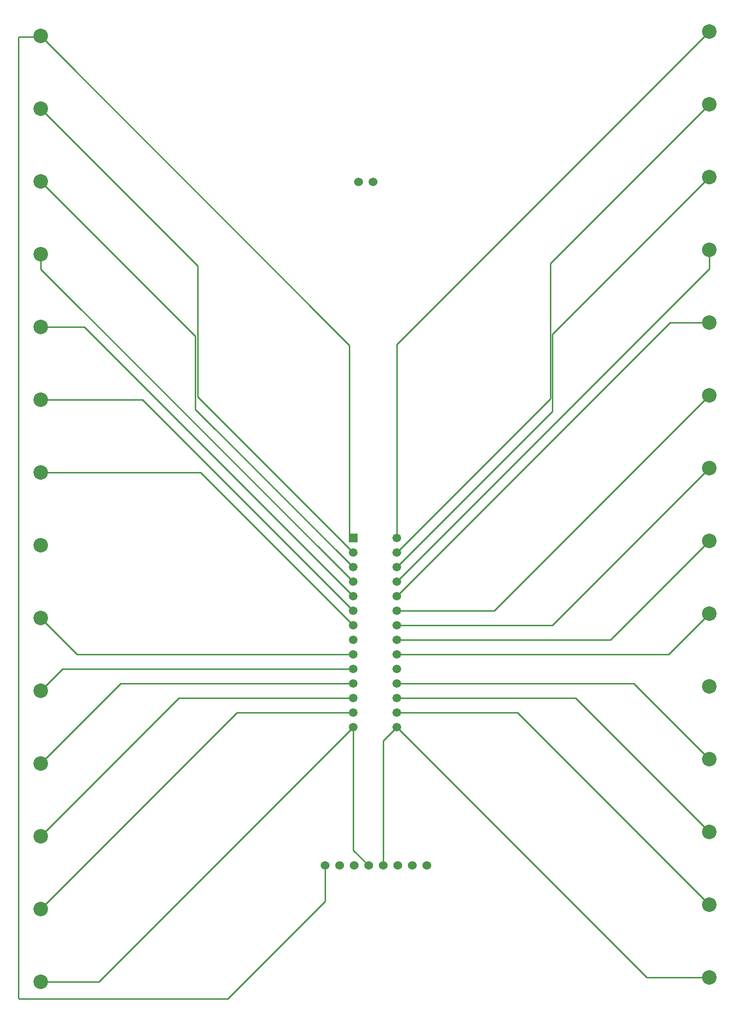
<source format=gbl>
G04*
G04 #@! TF.GenerationSoftware,Altium Limited,Altium Designer,25.0.2 (28)*
G04*
G04 Layer_Physical_Order=2*
G04 Layer_Color=16711680*
%FSLAX44Y44*%
%MOMM*%
G71*
G04*
G04 #@! TF.SameCoordinates,EC309722-8CFF-44E8-99F7-827B0D8F2BFB*
G04*
G04*
G04 #@! TF.FilePolarity,Positive*
G04*
G01*
G75*
%ADD12C,0.2540*%
%ADD20C,1.4986*%
%ADD21R,1.4986X1.4986*%
%ADD23C,1.5240*%
%ADD24C,2.5400*%
D12*
X228818Y1710690D02*
X265430D01*
X227330Y1709202D02*
X228818Y1710690D01*
Y31532D02*
X593090D01*
X227330Y33020D02*
X228818Y31532D01*
X227330Y33020D02*
Y1709202D01*
X864870Y264160D02*
Y481795D01*
X888732Y505657D01*
X812532Y291098D02*
X839470Y264160D01*
X812532Y291098D02*
Y505657D01*
X763270Y201712D02*
Y264160D01*
X593090Y31532D02*
X763270Y201712D01*
X888732Y505657D02*
X1325809Y68580D01*
X265430Y1710690D02*
X266700Y1711960D01*
X806309Y1172351D01*
Y842080D02*
Y1172351D01*
Y842080D02*
X811459Y836930D01*
X811530D01*
X812532Y835928D01*
Y835857D02*
Y835928D01*
X609797Y531057D02*
X811727D01*
X266700Y187960D02*
X609797Y531057D01*
X1157745Y1315479D02*
X1434846Y1592580D01*
X888732Y810457D02*
X1157745Y1079470D01*
Y1315479D01*
X888732Y1173466D02*
X1434846Y1719580D01*
X888732Y835857D02*
Y1173466D01*
X1160793Y1057118D02*
Y1191527D01*
X1434846Y1465580D01*
X888732Y785057D02*
X1160793Y1057118D01*
X888732Y759657D02*
X1434846Y1305771D01*
Y1338580D01*
X1366055Y1211580D02*
X1434846D01*
X888732Y734257D02*
X1366055Y1211580D01*
X888732Y734257D02*
Y735294D01*
Y708857D02*
X1059123D01*
X1434846Y1084580D01*
X888732Y683457D02*
X1160723D01*
X1434846Y957580D01*
X888732Y658057D02*
X1262323D01*
X1434846Y830580D01*
X1363923Y632657D02*
X1434846Y703580D01*
X888732Y632657D02*
X1363923D01*
X888732Y581857D02*
X1302569D01*
X1434846Y449580D01*
X888732Y556457D02*
X1200969D01*
X1434846Y322580D01*
X888732Y531057D02*
X1099369D01*
X1325809Y68580D02*
X1434846D01*
X1099369Y531057D02*
X1434846Y195580D01*
X889000Y711200D02*
X891075D01*
X888732Y710932D02*
X889000Y711200D01*
X888732Y708857D02*
Y710932D01*
X266700Y314960D02*
X508197Y556457D01*
X266700Y441960D02*
X406597Y581857D01*
X508197Y556457D02*
X812532D01*
X406597Y581857D02*
X812532D01*
X266700Y568960D02*
X304997Y607257D01*
X266700Y695960D02*
X330003Y632657D01*
X304997Y607257D02*
X812532D01*
X330003Y632657D02*
X812532D01*
X540612Y1082377D02*
Y1311048D01*
X266700Y1457960D02*
X536802Y1187858D01*
Y1060787D02*
Y1187858D01*
X444429Y1076960D02*
X812532Y708857D01*
X546029Y949960D02*
X812532Y683457D01*
X540612Y1082377D02*
X812532Y810457D01*
X536802Y1060787D02*
X812532Y785057D01*
X266700Y60960D02*
X367835D01*
X812532Y505657D01*
X342829Y1203960D02*
X812532Y734257D01*
X266700Y1305489D02*
X812532Y759657D01*
X266700Y1076960D02*
X444429D01*
X266700Y949960D02*
X546029D01*
X266700Y1203960D02*
X342829D01*
X266700Y1584960D02*
X540612Y1311048D01*
X266700Y1305489D02*
Y1330960D01*
D20*
X888732Y835857D02*
D03*
Y810457D02*
D03*
Y785057D02*
D03*
Y759657D02*
D03*
Y734257D02*
D03*
Y708857D02*
D03*
Y683457D02*
D03*
Y658057D02*
D03*
Y632657D02*
D03*
Y607257D02*
D03*
Y581857D02*
D03*
Y556457D02*
D03*
Y531057D02*
D03*
Y505657D02*
D03*
X812532D02*
D03*
Y531057D02*
D03*
Y556457D02*
D03*
Y581857D02*
D03*
Y607257D02*
D03*
Y632657D02*
D03*
Y658057D02*
D03*
Y683457D02*
D03*
Y708857D02*
D03*
Y734257D02*
D03*
Y759657D02*
D03*
Y785057D02*
D03*
Y810457D02*
D03*
D21*
Y835857D02*
D03*
D23*
X821743Y1457482D02*
D03*
X847143D02*
D03*
X763270Y264160D02*
D03*
X788670D02*
D03*
X814070D02*
D03*
X839470D02*
D03*
X864870D02*
D03*
X890270D02*
D03*
X915670D02*
D03*
X941070D02*
D03*
D24*
X266700Y949960D02*
D03*
Y1076960D02*
D03*
Y1203960D02*
D03*
Y1330960D02*
D03*
Y1457960D02*
D03*
Y1584960D02*
D03*
Y1711960D02*
D03*
Y60960D02*
D03*
Y187960D02*
D03*
Y314960D02*
D03*
Y441960D02*
D03*
Y568960D02*
D03*
Y695960D02*
D03*
Y822960D02*
D03*
X1434846Y830580D02*
D03*
Y703580D02*
D03*
Y576580D02*
D03*
Y449580D02*
D03*
Y322580D02*
D03*
Y195580D02*
D03*
Y68580D02*
D03*
Y1719580D02*
D03*
Y1592580D02*
D03*
Y1465580D02*
D03*
Y1338580D02*
D03*
Y1211580D02*
D03*
Y1084580D02*
D03*
Y957580D02*
D03*
M02*

</source>
